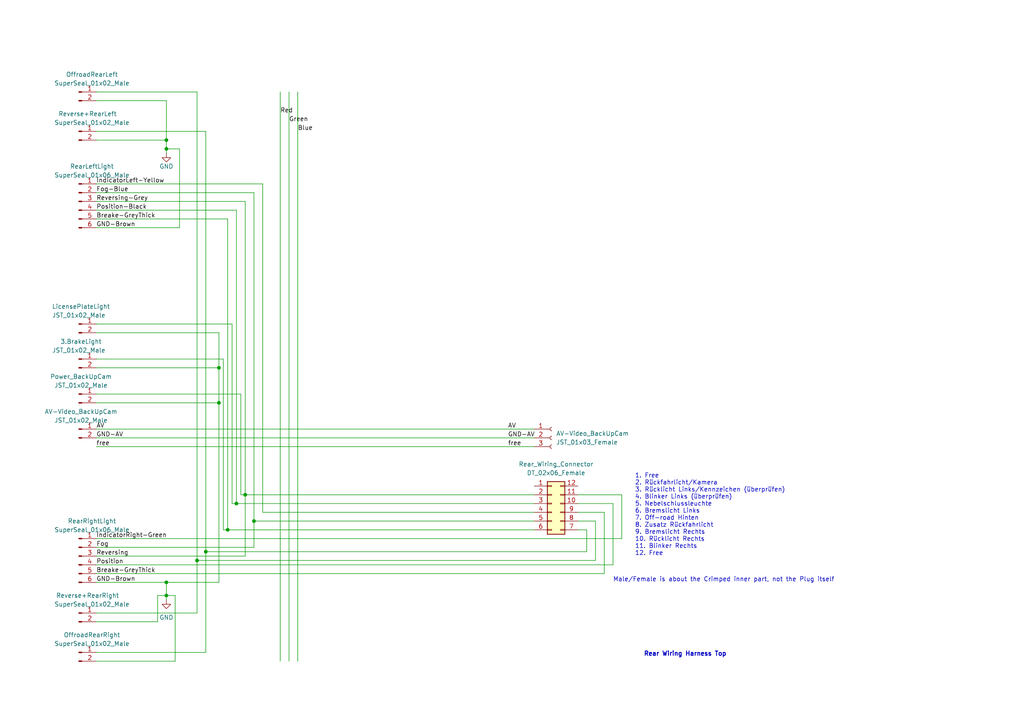
<source format=kicad_sch>
(kicad_sch (version 20250114) (generator "eeschema") (generator_version "9.0")
  (paper "A4")
  (lib_symbols
    (symbol "Connector:Conn_01x02_Male" (pin_names (offset 1.016) (hide yes))
      (property "Reference" "J" (at 0 2.54 0))
      (property "Value" "Conn_01x02_Male" (at 0 -5.08 0))
      (symbol "Conn_01x02_Male_1_1"
        (rectangle (start 0.8636 0.127) (end 0 -0.127) (stroke (width 0.1524)) (fill (type outline)))
        (rectangle (start 0.8636 -2.413) (end 0 -2.667) (stroke (width 0.1524)) (fill (type outline)))
        (polyline (pts (xy 1.27 0) (xy 0.8636 0)) (stroke (width 0.1524)))
        (polyline (pts (xy 1.27 -2.54) (xy 0.8636 -2.54)) (stroke (width 0.1524)))
        (pin passive line (at 5.08 0 180) (length 3.81) (name "Pin_1") (number "1"))
        (pin passive line (at 5.08 -2.54 180) (length 3.81) (name "Pin_2") (number "2"))
      )
    )
    (symbol "Connector:Conn_01x03_Female" (pin_names (offset 1.016) (hide yes))
      (property "Reference" "J" (at 0 5.08 0))
      (property "Value" "Conn_01x03_Female" (at 0 -5.08 0))
      (symbol "Conn_01x03_Female_1_1"
        (polyline (pts (xy -1.27 2.54) (xy -0.508 2.54)) (stroke (width 0.1524)))
        (polyline (pts (xy -1.27 0) (xy -0.508 0)) (stroke (width 0.1524)))
        (polyline (pts (xy -1.27 -2.54) (xy -0.508 -2.54)) (stroke (width 0.1524)))
        (arc (start 0 2.032) (mid -0.5058 2.54) (end 0 3.048) (stroke (width 0.1524)))
        (arc (start 0 -0.508) (mid -0.5058 0) (end 0 0.508) (stroke (width 0.1524)))
        (arc (start 0 -3.048) (mid -0.5058 -2.54) (end 0 -2.032) (stroke (width 0.1524)))
        (pin passive line (at -5.08 2.54 0) (length 3.81) (name "Pin_1") (number "1"))
        (pin passive line (at -5.08 0 0) (length 3.81) (name "Pin_2") (number "2"))
        (pin passive line (at -5.08 -2.54 0) (length 3.81) (name "Pin_3") (number "3"))
      )
    )
    (symbol "Connector:Conn_01x06_Male" (pin_names (offset 1.016) (hide yes))
      (property "Reference" "J" (at 0 7.62 0))
      (property "Value" "Conn_01x06_Male" (at 0 -10.16 0))
      (symbol "Conn_01x06_Male_1_1"
        (rectangle (start 0.8636 5.207) (end 0 4.953) (stroke (width 0.1524)) (fill (type outline)))
        (rectangle (start 0.8636 2.667) (end 0 2.413) (stroke (width 0.1524)) (fill (type outline)))
        (rectangle (start 0.8636 0.127) (end 0 -0.127) (stroke (width 0.1524)) (fill (type outline)))
        (rectangle (start 0.8636 -2.413) (end 0 -2.667) (stroke (width 0.1524)) (fill (type outline)))
        (rectangle (start 0.8636 -4.953) (end 0 -5.207) (stroke (width 0.1524)) (fill (type outline)))
        (rectangle (start 0.8636 -7.493) (end 0 -7.747) (stroke (width 0.1524)) (fill (type outline)))
        (polyline (pts (xy 1.27 5.08) (xy 0.8636 5.08)) (stroke (width 0.1524)))
        (polyline (pts (xy 1.27 2.54) (xy 0.8636 2.54)) (stroke (width 0.1524)))
        (polyline (pts (xy 1.27 0) (xy 0.8636 0)) (stroke (width 0.1524)))
        (polyline (pts (xy 1.27 -2.54) (xy 0.8636 -2.54)) (stroke (width 0.1524)))
        (polyline (pts (xy 1.27 -5.08) (xy 0.8636 -5.08)) (stroke (width 0.1524)))
        (polyline (pts (xy 1.27 -7.62) (xy 0.8636 -7.62)) (stroke (width 0.1524)))
        (pin passive line (at 5.08 5.08 180) (length 3.81) (name "Pin_1") (number "1"))
        (pin passive line (at 5.08 2.54 180) (length 3.81) (name "Pin_2") (number "2"))
        (pin passive line (at 5.08 0 180) (length 3.81) (name "Pin_3") (number "3"))
        (pin passive line (at 5.08 -2.54 180) (length 3.81) (name "Pin_4") (number "4"))
        (pin passive line (at 5.08 -5.08 180) (length 3.81) (name "Pin_5") (number "5"))
        (pin passive line (at 5.08 -7.62 180) (length 3.81) (name "Pin_6") (number "6"))
      )
    )
    (symbol "Connector_Generic:Conn_02x06_Counter_Clockwise" (pin_names (offset 1.016) (hide yes))
      (property "Reference" "J" (at 1.27 7.62 0))
      (property "Value" "Conn_02x06_Counter_Clockwise" (at 1.27 -10.16 0))
      (symbol "Conn_02x06_Counter_Clockwise_1_1"
        (rectangle (start -1.27 6.35) (end 3.81 -8.89) (stroke (width 0.254)) (fill (type background)))
        (rectangle (start -1.27 5.207) (end 0 4.953) (stroke (width 0.1524)))
        (rectangle (start -1.27 2.667) (end 0 2.413) (stroke (width 0.1524)))
        (rectangle (start -1.27 0.127) (end 0 -0.127) (stroke (width 0.1524)))
        (rectangle (start -1.27 -2.413) (end 0 -2.667) (stroke (width 0.1524)))
        (rectangle (start -1.27 -4.953) (end 0 -5.207) (stroke (width 0.1524)))
        (rectangle (start -1.27 -7.493) (end 0 -7.747) (stroke (width 0.1524)))
        (rectangle (start 3.81 5.207) (end 2.54 4.953) (stroke (width 0.1524)))
        (rectangle (start 3.81 2.667) (end 2.54 2.413) (stroke (width 0.1524)))
        (rectangle (start 3.81 0.127) (end 2.54 -0.127) (stroke (width 0.1524)))
        (rectangle (start 3.81 -2.413) (end 2.54 -2.667) (stroke (width 0.1524)))
        (rectangle (start 3.81 -4.953) (end 2.54 -5.207) (stroke (width 0.1524)))
        (rectangle (start 3.81 -7.493) (end 2.54 -7.747) (stroke (width 0.1524)))
        (pin passive line (at -5.08 5.08 0) (length 3.81) (name "Pin_1") (number "1"))
        (pin passive line (at -5.08 2.54 0) (length 3.81) (name "Pin_2") (number "2"))
        (pin passive line (at -5.08 0 0) (length 3.81) (name "Pin_3") (number "3"))
        (pin passive line (at -5.08 -2.54 0) (length 3.81) (name "Pin_4") (number "4"))
        (pin passive line (at -5.08 -5.08 0) (length 3.81) (name "Pin_5") (number "5"))
        (pin passive line (at -5.08 -7.62 0) (length 3.81) (name "Pin_6") (number "6"))
        (pin passive line (at 7.62 5.08 180) (length 3.81) (name "Pin_12") (number "12"))
        (pin passive line (at 7.62 2.54 180) (length 3.81) (name "Pin_11") (number "11"))
        (pin passive line (at 7.62 0 180) (length 3.81) (name "Pin_10") (number "10"))
        (pin passive line (at 7.62 -2.54 180) (length 3.81) (name "Pin_9") (number "9"))
        (pin passive line (at 7.62 -5.08 180) (length 3.81) (name "Pin_8") (number "8"))
        (pin passive line (at 7.62 -7.62 180) (length 3.81) (name "Pin_7") (number "7"))
      )
    )
    (symbol "power:GND" (power) (pin_names (offset 0))
      (property "Value" "GND" (at 0 -3.81 0))
      (symbol "GND_0_1"
        (polyline (pts (xy 0 0) (xy 0 -1.27) (xy 1.27 -1.27) (xy 0 -2.54) (xy -1.27 -1.27) (xy 0 -1.27)))
      )
      (symbol "GND_1_1"
        (pin power_in line (at 0 0 270) (length 0) (hide yes) (name "GND") (number "1"))
      )
    )
  )
  (text "Rear Wiring Harness Top" (at 186.69 190.5 0) (effects (font (size 1.27 1.27) (thickness 0.254) (bold yes)) (justify left bottom)))
  (text "1. Free\n2. Rückfahrlicht/Kamera\n3. Rücklicht Links/Kennzeichen (überprüfen)\n4. Blinker Links (überprüfen)\n5. Nebelschlussleuchte\n6. Bremslicht Links\n7. Off-road Hinten\n8. Zusatz Rückfahrlicht\n9. Bremslicht Rechts\n10. Rücklicht Rechts\n11. Blinker Rechts\n12. Free" (at 184.15 161.29 0) (effects (font (size 1.27 1.27)) (justify left bottom)))
  (text "Male/Female is about the Crimped inner part, not the Plug itself" (at 177.8 168.91 0) (effects (font (size 1.27 1.27)) (justify left bottom)))
  (junction (at 73.66 151.13))
  (junction (at 63.5 106.68))
  (junction (at 48.26 40.64))
  (junction (at 48.26 43.18))
  (junction (at 57.15 162.56))
  (junction (at 68.58 146.05))
  (junction (at 71.12 143.51))
  (junction (at 48.26 168.91))
  (junction (at 48.26 172.72))
  (junction (at 66.04 153.67))
  (junction (at 59.69 160.02))
  (junction (at 63.5 116.84))
  (wire (pts (xy 76.2 148.59) (xy 154.94 148.59)))
  (wire (pts (xy 27.94 116.84) (xy 63.5 116.84)))
  (wire (pts (xy 27.94 40.64) (xy 48.26 40.64)))
  (wire (pts (xy 64.77 153.67) (xy 66.04 153.67)))
  (wire (pts (xy 66.04 63.5) (xy 66.04 153.67)))
  (wire (pts (xy 48.26 40.64) (xy 48.26 43.18)))
  (wire (pts (xy 57.15 162.56) (xy 172.72 162.56)))
  (wire (pts (xy 27.94 191.77) (xy 50.8 191.77)))
  (wire (pts (xy 170.18 160.02) (xy 170.18 153.67)))
  (wire (pts (xy 83.82 26.67) (xy 83.82 191.77)))
  (wire (pts (xy 63.5 168.91) (xy 48.26 168.91)))
  (wire (pts (xy 180.34 143.51) (xy 167.64 143.51)))
  (wire (pts (xy 52.07 43.18) (xy 48.26 43.18)))
  (wire (pts (xy 175.26 148.59) (xy 167.64 148.59)))
  (wire (pts (xy 73.66 151.13) (xy 73.66 158.75)))
  (wire (pts (xy 27.94 66.04) (xy 52.07 66.04)))
  (wire (pts (xy 57.15 26.67) (xy 57.15 162.56)))
  (wire (pts (xy 167.64 153.67) (xy 170.18 153.67)))
  (wire (pts (xy 66.04 153.67) (xy 154.94 153.67)))
  (wire (pts (xy 27.94 58.42) (xy 71.12 58.42)))
  (wire (pts (xy 27.94 180.34) (xy 45.72 180.34)))
  (wire (pts (xy 27.94 53.34) (xy 76.2 53.34)))
  (wire (pts (xy 59.69 189.23) (xy 59.69 160.02)))
  (wire (pts (xy 27.94 166.37) (xy 175.26 166.37)))
  (wire (pts (xy 73.66 55.88) (xy 73.66 151.13)))
  (wire (pts (xy 27.94 26.67) (xy 57.15 26.67)))
  (wire (pts (xy 57.15 177.8) (xy 57.15 162.56)))
  (wire (pts (xy 167.64 146.05) (xy 177.8 146.05)))
  (wire (pts (xy 27.94 104.14) (xy 64.77 104.14)))
  (wire (pts (xy 68.58 60.96) (xy 68.58 146.05)))
  (wire (pts (xy 69.85 143.51) (xy 71.12 143.51)))
  (wire (pts (xy 48.26 168.91) (xy 27.94 168.91)))
  (wire (pts (xy 27.94 189.23) (xy 59.69 189.23)))
  (wire (pts (xy 27.94 38.1) (xy 59.69 38.1)))
  (wire (pts (xy 63.5 96.52) (xy 63.5 106.68)))
  (wire (pts (xy 69.85 114.3) (xy 69.85 143.51)))
  (wire (pts (xy 48.26 43.18) (xy 48.26 44.45)))
  (wire (pts (xy 71.12 143.51) (xy 71.12 161.29)))
  (wire (pts (xy 27.94 106.68) (xy 63.5 106.68)))
  (wire (pts (xy 81.28 26.67) (xy 81.28 191.77)))
  (wire (pts (xy 52.07 66.04) (xy 52.07 43.18)))
  (wire (pts (xy 63.5 106.68) (xy 63.5 116.84)))
  (wire (pts (xy 45.72 172.72) (xy 48.26 172.72)))
  (wire (pts (xy 27.94 127) (xy 154.94 127)))
  (wire (pts (xy 48.26 173.99) (xy 48.26 172.72)))
  (wire (pts (xy 27.94 55.88) (xy 73.66 55.88)))
  (wire (pts (xy 154.94 151.13) (xy 73.66 151.13)))
  (wire (pts (xy 27.94 114.3) (xy 69.85 114.3)))
  (wire (pts (xy 71.12 143.51) (xy 154.94 143.51)))
  (wire (pts (xy 86.36 26.67) (xy 86.36 191.77)))
  (wire (pts (xy 48.26 168.91) (xy 48.26 172.72)))
  (wire (pts (xy 76.2 53.34) (xy 76.2 148.59)))
  (wire (pts (xy 175.26 166.37) (xy 175.26 148.59)))
  (wire (pts (xy 50.8 191.77) (xy 50.8 172.72)))
  (wire (pts (xy 172.72 151.13) (xy 167.64 151.13)))
  (wire (pts (xy 27.94 63.5) (xy 66.04 63.5)))
  (wire (pts (xy 48.26 29.21) (xy 48.26 40.64)))
  (wire (pts (xy 27.94 60.96) (xy 68.58 60.96)))
  (wire (pts (xy 172.72 162.56) (xy 172.72 151.13)))
  (wire (pts (xy 50.8 172.72) (xy 48.26 172.72)))
  (wire (pts (xy 68.58 146.05) (xy 154.94 146.05)))
  (wire (pts (xy 59.69 38.1) (xy 59.69 160.02)))
  (wire (pts (xy 27.94 124.46) (xy 154.94 124.46)))
  (wire (pts (xy 71.12 58.42) (xy 71.12 143.51)))
  (wire (pts (xy 71.12 161.29) (xy 27.94 161.29)))
  (wire (pts (xy 45.72 180.34) (xy 45.72 172.72)))
  (wire (pts (xy 67.31 93.98) (xy 67.31 146.05)))
  (wire (pts (xy 64.77 104.14) (xy 64.77 153.67)))
  (wire (pts (xy 27.94 29.21) (xy 48.26 29.21)))
  (wire (pts (xy 27.94 93.98) (xy 67.31 93.98)))
  (wire (pts (xy 67.31 146.05) (xy 68.58 146.05)))
  (wire (pts (xy 27.94 177.8) (xy 57.15 177.8)))
  (wire (pts (xy 177.8 163.83) (xy 27.94 163.83)))
  (wire (pts (xy 180.34 156.21) (xy 180.34 143.51)))
  (wire (pts (xy 59.69 160.02) (xy 170.18 160.02)))
  (wire (pts (xy 73.66 158.75) (xy 27.94 158.75)))
  (wire (pts (xy 27.94 129.54) (xy 154.94 129.54)))
  (wire (pts (xy 27.94 156.21) (xy 180.34 156.21)))
  (wire (pts (xy 177.8 146.05) (xy 177.8 163.83)))
  (wire (pts (xy 27.94 96.52) (xy 63.5 96.52)))
  (wire (pts (xy 63.5 116.84) (xy 63.5 168.91)))
  (label "free" (at 27.94 129.54 0))
  (label "GND-AV" (at 27.94 127 0))
  (label "GND-Brown" (at 27.94 66.04 0))
  (label "Breake-GreyThick" (at 27.94 166.37 0))
  (label "Fog-Blue" (at 27.94 55.88 0))
  (label "Red" (at 81.28 33.02 0))
  (label "IndicatorLeft-Yellow" (at 27.94 53.34 0))
  (label "Reversing" (at 27.94 161.29 0))
  (label "Green" (at 83.82 35.56 0))
  (label "Reversing-Grey" (at 27.94 58.42 0))
  (label "free" (at 147.32 129.54 0))
  (label "AV" (at 147.32 124.46 0))
  (label "Position" (at 27.94 163.83 0))
  (label "Blue" (at 86.36 38.1 0))
  (label "IndicatorRight-Green" (at 27.94 156.21 0))
  (label "Breake-GreyThick" (at 27.94 63.5 0))
  (label "Fog" (at 27.94 158.75 0))
  (label "Position-Black" (at 27.94 60.96 0))
  (label "AV" (at 27.94 124.46 0))
  (label "GND-AV" (at 147.32 127 0))
  (label "GND-Brown" (at 27.94 168.91 0))
  (symbol (lib_id "Connector:Conn_01x02_Male") (at 22.86 26.67 0) (unit 1)
    (property "Reference" "OffroadRearLeft" (at 26.67 21.59 0))
    (property "Value" "SuperSeal_01x02_Male" (at 26.67 24.13 0))
  )
  (symbol (lib_id "power:GND") (at 48.26 173.99 0) (unit 1)
    (property "Reference" "#PWR?" (effects (hide yes)))
    (property "Value" "GND" (at 48.26 179.07 0))
  )
  (symbol (lib_id "Connector_Generic:Conn_02x06_Counter_Clockwise") (at 160.02 146.05 0) (unit 1)
    (property "Reference" "Rear_Wiring_Connector" (at 161.29 134.62 0))
    (property "Value" "DT_02x06_Female" (at 161.29 137.16 0))
  )
  (symbol (lib_id "Connector:Conn_01x03_Female") (at 160.02 127 0) (unit 1)
    (property "Reference" "AV-Video_BackUpCam" (at 161.29 125.7299 0) (effects (justify left)))
    (property "Value" "JST_01x03_Female" (at 161.29 128.2699 0) (effects (justify left)))
  )
  (symbol (lib_id "Connector:Conn_01x02_Male") (at 22.86 189.23 0) (unit 1)
    (property "Reference" "OffroadRearRight" (at 26.67 184.15 0))
    (property "Value" "SuperSeal_01x02_Male" (at 26.67 186.69 0))
  )
  (symbol (lib_id "Connector:Conn_01x02_Male") (at 22.86 177.8 0) (unit 1)
    (property "Reference" "Reverse+RearRight" (at 25.4 172.72 0))
    (property "Value" "SuperSeal_01x02_Male" (at 26.67 175.26 0))
  )
  (symbol (lib_id "Connector:Conn_01x02_Male") (at 22.86 124.46 0) (unit 1)
    (property "Reference" "AV-Video_BackUpCam" (at 23.495 119.38 0))
    (property "Value" "JST_01x02_Male" (at 23.495 121.92 0))
  )
  (symbol (lib_id "Connector:Conn_01x02_Male") (at 22.86 38.1 0) (unit 1)
    (property "Reference" "Reverse+RearLeft" (at 25.4 33.02 0))
    (property "Value" "SuperSeal_01x02_Male" (at 26.67 35.56 0))
  )
  (symbol (lib_id "Connector:Conn_01x06_Male") (at 22.86 58.42 0) (unit 1)
    (property "Reference" "RearLeftLight" (at 26.67 48.26 0))
    (property "Value" "SuperSeal_01x06_Male" (at 26.67 50.8 0))
  )
  (symbol (lib_id "Connector:Conn_01x06_Male") (at 22.86 161.29 0) (unit 1)
    (property "Reference" "RearRightLight" (at 26.67 151.13 0))
    (property "Value" "SuperSeal_01x06_Male" (at 26.67 153.67 0))
  )
  (symbol (lib_id "Connector:Conn_01x02_Male") (at 22.86 93.98 0) (unit 1)
    (property "Reference" "LicensePlateLight" (at 23.495 88.9 0))
    (property "Value" "JST_01x02_Male" (at 22.86 91.44 0))
  )
  (symbol (lib_id "Connector:Conn_01x02_Male") (at 22.86 104.14 0) (unit 1)
    (property "Reference" "3.BrakeLight" (at 23.495 99.06 0))
    (property "Value" "JST_01x02_Male" (at 22.86 101.6 0))
  )
  (symbol (lib_id "Connector:Conn_01x02_Male") (at 22.86 114.3 0) (unit 1)
    (property "Reference" "Power_BackUpCam" (at 23.495 109.22 0))
    (property "Value" "JST_01x02_Male" (at 23.495 111.76 0))
  )
  (symbol (lib_id "power:GND") (at 48.26 44.45 0) (unit 1)
    (property "Reference" "#PWR?" (effects (hide yes)))
    (property "Value" "GND" (at 48.26 48.26 0))
  )
)
</source>
